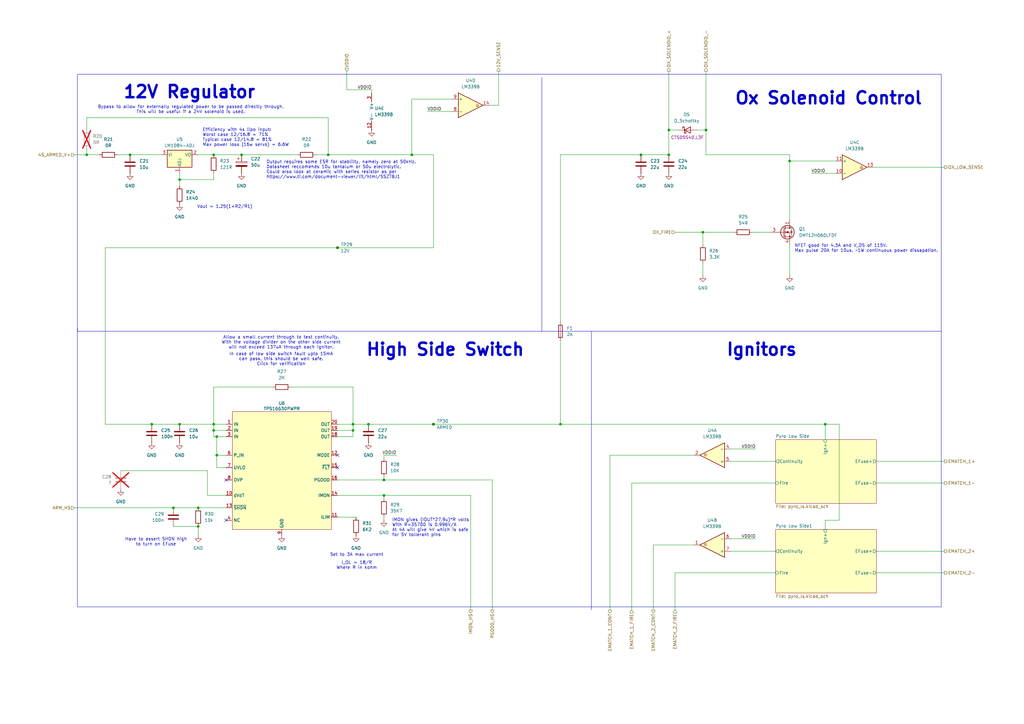
<source format=kicad_sch>
(kicad_sch (version 20250114) (generator "eeschema") (generator_version "9.0")
  (paper "A3")
  (title_block (title "Interlocked Components") (date "2025-04-02") (rev "A") (company "Hybrid Test Stand 2025") (comment 1 "Drawn: Brad Redpath") (comment 2 "Checked: "))
  (lib_symbols
    (symbol "Comparator:LM339" (pin_names (offset 0.127))
      (property "Reference" "U" (at 0 5.08 0))
      (property "Value" "LM339" (at 0 -5.08 0))
      (symbol "LM339_1_1"
        (polyline (pts (xy -5.08 5.08) (xy 5.08 0) (xy -5.08 -5.08) (xy -5.08 5.08)) (stroke (width 0.254)) (fill (type background)))
        (polyline (pts (xy 3.302 -0.508) (xy 2.794 -0.508) (xy 3.302 0) (xy 2.794 0.508) (xy 2.286 0) (xy 2.794 -0.508) (xy 2.286 -0.508)) (stroke (width 0.127)))
        (pin input line (at -7.62 2.54 0) (length 2.54) (name "+") (number "5"))
        (pin input line (at -7.62 -2.54 0) (length 2.54) (name "-") (number "4"))
        (pin open_collector line (at 7.62 0 180) (length 2.54) (name "~") (number "2"))
      )
      (symbol "LM339_2_1"
        (polyline (pts (xy -5.08 5.08) (xy 5.08 0) (xy -5.08 -5.08) (xy -5.08 5.08)) (stroke (width 0.254)) (fill (type background)))
        (polyline (pts (xy 3.302 -0.508) (xy 2.794 -0.508) (xy 3.302 0) (xy 2.794 0.508) (xy 2.286 0) (xy 2.794 -0.508) (xy 2.286 -0.508)) (stroke (width 0.127)))
        (pin input line (at -7.62 2.54 0) (length 2.54) (name "+") (number "7"))
        (pin input line (at -7.62 -2.54 0) (length 2.54) (name "-") (number "6"))
        (pin open_collector line (at 7.62 0 180) (length 2.54) (name "~") (number "1"))
      )
      (symbol "LM339_3_1"
        (polyline (pts (xy -5.08 5.08) (xy 5.08 0) (xy -5.08 -5.08) (xy -5.08 5.08)) (stroke (width 0.254)) (fill (type background)))
        (polyline (pts (xy 3.302 -0.508) (xy 2.794 -0.508) (xy 3.302 0) (xy 2.794 0.508) (xy 2.286 0) (xy 2.794 -0.508) (xy 2.286 -0.508)) (stroke (width 0.127)))
        (pin input line (at -7.62 2.54 0) (length 2.54) (name "+") (number "11"))
        (pin input line (at -7.62 -2.54 0) (length 2.54) (name "-") (number "10"))
        (pin open_collector line (at 7.62 0 180) (length 2.54) (name "~") (number "13"))
      )
      (symbol "LM339_4_1"
        (polyline (pts (xy -5.08 5.08) (xy 5.08 0) (xy -5.08 -5.08) (xy -5.08 5.08)) (stroke (width 0.254)) (fill (type background)))
        (polyline (pts (xy 3.302 -0.508) (xy 2.794 -0.508) (xy 3.302 0) (xy 2.794 0.508) (xy 2.286 0) (xy 2.794 -0.508) (xy 2.286 -0.508)) (stroke (width 0.127)))
        (pin input line (at -7.62 2.54 0) (length 2.54) (name "+") (number "9"))
        (pin input line (at -7.62 -2.54 0) (length 2.54) (name "-") (number "8"))
        (pin open_collector line (at 7.62 0 180) (length 2.54) (name "~") (number "14"))
      )
      (symbol "LM339_5_1"
        (pin power_in line (at -2.54 7.62 270) (length 3.81) (name "V+") (number "3"))
        (pin power_in line (at -2.54 -7.62 90) (length 3.81) (name "V-") (number "12"))
      )
    )
    (symbol "Connector:TestPoint_Small" (pin_numbers (hide yes)) (pin_names (offset 0.762) (hide yes))
      (property "Reference" "TP" (at 0 3.81 0))
      (property "Value" "TestPoint_Small" (at 0 2.032 0))
      (symbol "TestPoint_Small_0_1"
        (circle (center 0 0) (radius 0.508))
      )
      (symbol "TestPoint_Small_1_1"
        (pin passive line (at 0 0 90) (length 0) (name "1") (number "1"))
      )
    )
    (symbol "Device:C" (pin_numbers (hide yes)) (pin_names (offset 0.254))
      (property "Reference" "C" (at 0.635 2.54 0))
      (property "Value" "C" (at 0.635 -2.54 0))
      (symbol "C_0_1"
        (polyline (pts (xy -2.032 0.762) (xy 2.032 0.762)) (stroke (width 0.508)))
        (polyline (pts (xy -2.032 -0.762) (xy 2.032 -0.762)) (stroke (width 0.508)))
      )
      (symbol "C_1_1"
        (pin passive line (at 0 3.81 270) (length 2.794) (name "~") (number "1"))
        (pin passive line (at 0 -3.81 90) (length 2.794) (name "~") (number "2"))
      )
    )
    (symbol "Device:C_Polarized" (pin_numbers (hide yes)) (pin_names (offset 0.254))
      (property "Reference" "C" (at 0.635 2.54 0))
      (property "Value" "C_Polarized" (at 0.635 -2.54 0))
      (symbol "C_Polarized_0_1"
        (rectangle (start -2.286 0.508) (end 2.286 1.016))
        (polyline (pts (xy -1.778 2.286) (xy -0.762 2.286)))
        (polyline (pts (xy -1.27 2.794) (xy -1.27 1.778)))
        (rectangle (start 2.286 -0.508) (end -2.286 -1.016) (fill (type outline)))
      )
      (symbol "C_Polarized_1_1"
        (pin passive line (at 0 3.81 270) (length 2.794) (name "~") (number "1"))
        (pin passive line (at 0 -3.81 90) (length 2.794) (name "~") (number "2"))
      )
    )
    (symbol "Device:D_Schottky" (pin_numbers (hide yes)) (pin_names (offset 1.016) (hide yes))
      (property "Reference" "D" (at 0 2.54 0))
      (property "Value" "D_Schottky" (at 0 -2.54 0))
      (symbol "D_Schottky_0_1"
        (polyline (pts (xy -1.905 0.635) (xy -1.905 1.27) (xy -1.27 1.27) (xy -1.27 -1.27) (xy -0.635 -1.27) (xy -0.635 -0.635)) (stroke (width 0.254)))
        (polyline (pts (xy 1.27 1.27) (xy 1.27 -1.27) (xy -1.27 0) (xy 1.27 1.27)) (stroke (width 0.254)))
        (polyline (pts (xy 1.27 0) (xy -1.27 0)))
      )
      (symbol "D_Schottky_1_1"
        (pin passive line (at -3.81 0 0) (length 2.54) (name "K") (number "1"))
        (pin passive line (at 3.81 0 180) (length 2.54) (name "A") (number "2"))
      )
    )
    (symbol "Device:Fuse" (pin_numbers (hide yes)) (pin_names (offset 0))
      (property "Reference" "F" (at 2.032 0 90))
      (property "Value" "Fuse" (at -1.905 0 90))
      (symbol "Fuse_0_1"
        (rectangle (start -0.762 -2.54) (end 0.762 2.54) (stroke (width 0.254)))
        (polyline (pts (xy 0 2.54) (xy 0 -2.54)))
      )
      (symbol "Fuse_1_1"
        (pin passive line (at 0 3.81 270) (length 1.27) (name "~") (number "1"))
        (pin passive line (at 0 -3.81 90) (length 1.27) (name "~") (number "2"))
      )
    )
    (symbol "Device:R" (pin_numbers (hide yes)) (pin_names (offset 0))
      (property "Reference" "R" (at 2.032 0 90))
      (property "Value" "R" (at 0 0 90))
      (symbol "R_0_1"
        (rectangle (start -1.016 -2.54) (end 1.016 2.54) (stroke (width 0.254)))
      )
      (symbol "R_1_1"
        (pin passive line (at 0 3.81 270) (length 1.27) (name "~") (number "1"))
        (pin passive line (at 0 -3.81 90) (length 1.27) (name "~") (number "2"))
      )
    )
    (symbol "Power_Management:TPS16630PWPR"
      (property "Reference" "U2" (at 0 27.686 0))
      (property "Value" "TPS16630PWPR" (at 0 25.4 0))
      (symbol "TPS16630PWPR_1_1"
        (rectangle (start -20.32 24.13) (end 20.32 -24.13) (fill (type background)))
        (pin input line (at -22.86 19.05 0) (length 2.54) (name "IN") (number "1"))
        (pin input line (at -22.86 16.51 0) (length 2.54) (name "IN") (number "2"))
        (pin input line (at -22.86 13.97 0) (length 2.54) (name "IN") (number "3"))
        (pin input line (at -22.86 6.35 0) (length 2.54) (name "P_IN") (number "6"))
        (pin input line (at -22.86 1.27 0) (length 2.54) (name "UVLO") (number "7"))
        (pin input line (at -22.86 -3.81 0) (length 2.54) (name "OVP") (number "8"))
        (pin input line (at -22.86 -10.16 0) (length 2.54) (name "dVdT") (number "10"))
        (pin input line (at -22.86 -15.24 0) (length 2.54) (name "~{SHDN}") (number "13"))
        (pin input line (at -22.86 -20.32 0) (length 2.54) (hide yes) (name "NC") (number "17"))
        (pin input line (at -22.86 -20.32 0) (length 2.54) (name "NC") (number "4"))
        (pin input line (at -22.86 -20.32 0) (length 2.54) (hide yes) (name "NC") (number "5"))
        (pin input line (at 0 -26.67 90) (length 2.54) (hide yes) (name "GND") (number "21"))
        (pin input line (at 0 -26.67 90) (length 2.54) (name "GND") (number "9"))
        (pin output line (at 22.86 19.05 180) (length 2.54) (name "OUT") (number "20"))
        (pin output line (at 22.86 16.51 180) (length 2.54) (name "OUT") (number "19"))
        (pin output line (at 22.86 13.97 180) (length 2.54) (name "OUT") (number "18"))
        (pin input line (at 22.86 6.35 180) (length 2.54) (name "MODE") (number "12"))
        (pin output line (at 22.86 1.27 180) (length 2.54) (name "~{FLT}") (number "15"))
        (pin output line (at 22.86 -3.81 180) (length 2.54) (name "PGOOD") (number "16"))
        (pin output line (at 22.86 -10.16 180) (length 2.54) (name "IMON") (number "14"))
        (pin input line (at 22.86 -19.05 180) (length 2.54) (name "ILIM") (number "11"))
      )
    )
    (symbol "Regulator_Linear:LM1084-ADJ" (pin_names (offset 0.254))
      (property "Reference" "U" (at -3.81 3.175 0))
      (property "Value" "LM1084-ADJ" (at 0 3.175 0))
      (symbol "LM1084-ADJ_0_1"
        (rectangle (start -5.08 1.905) (end 5.08 -5.08) (stroke (width 0.254)) (fill (type background)))
      )
      (symbol "LM1084-ADJ_1_1"
        (pin power_in line (at -7.62 0 0) (length 2.54) (name "VI") (number "3"))
        (pin input line (at 0 -7.62 90) (length 2.54) (name "ADJ") (number "1"))
        (pin power_out line (at 7.62 0 180) (length 2.54) (name "VO") (number "2"))
      )
    )
    (symbol "TS_Symbols:DMT12H060LFDF"
      (property "Reference" "Q" (at 2.54 3.048 0))
      (property "Value" "DMT12H060LFDF" (at 9.906 1.016 0))
      (symbol "DMT12H060LFDF_0_1"
        (polyline (pts (xy -2.286 1.905) (xy -2.286 -1.905)) (stroke (width 0.254)))
        (polyline (pts (xy -2.286 0) (xy -5.08 0)))
        (polyline (pts (xy -1.778 2.286) (xy -1.778 1.27)) (stroke (width 0.254)))
        (polyline (pts (xy -1.778 0.508) (xy -1.778 -0.508)) (stroke (width 0.254)))
        (polyline (pts (xy -1.778 -1.27) (xy -1.778 -2.286)) (stroke (width 0.254)))
        (polyline (pts (xy -1.778 -1.778) (xy 0.762 -1.778) (xy 0.762 1.778) (xy -1.778 1.778)))
        (polyline (pts (xy -1.524 0) (xy -0.508 0.381) (xy -0.508 -0.381) (xy -1.524 0)) (fill (type outline)))
        (circle (center -0.889 0) (radius 2.794) (stroke (width 0.254)))
        (polyline (pts (xy 0 2.54) (xy 0 1.778)))
        (circle (center 0 1.778) (radius 0.254) (fill (type outline)))
        (circle (center 0 -1.778) (radius 0.254) (fill (type outline)))
        (polyline (pts (xy 0 -2.54) (xy 0 0) (xy -1.778 0)))
        (polyline (pts (xy 0.254 0.508) (xy 0.381 0.381) (xy 1.143 0.381) (xy 1.27 0.254)))
        (polyline (pts (xy 0.762 0.381) (xy 0.381 -0.254) (xy 1.143 -0.254) (xy 0.762 0.381)))
      )
      (symbol "DMT12H060LFDF_1_1"
        (pin passive line (at -7.62 0 0) (length 2.54) (name "~") (number "3"))
        (pin passive line (at 0 5.08 270) (length 2.54) (name "~") (number "1"))
        (pin passive line (at 0 5.08 270) (length 2.54) (hide yes) (name "D") (number "2"))
        (pin passive line (at 0 5.08 270) (length 2.54) (hide yes) (name "D") (number "5"))
        (pin passive line (at 0 5.08 270) (length 2.54) (hide yes) (name "D") (number "6"))
        (pin passive line (at 0 5.08 270) (length 2.54) (hide yes) (name "D") (number "7"))
        (pin passive line (at 0 -5.08 90) (length 2.54) (name "~") (number "4"))
        (pin passive line (at 0 -5.08 90) (length 2.54) (hide yes) (name "S") (number "8"))
      )
    )
    (symbol "power:GND" (power) (pin_numbers (hide yes)) (pin_names (offset 0) (hide yes))
      (property "Value" "GND" (at 0 -3.81 0))
      (symbol "GND_0_1"
        (polyline (pts (xy 0 0) (xy 0 -1.27) (xy 1.27 -1.27) (xy 0 -2.54) (xy -1.27 -1.27) (xy 0 -1.27)))
      )
      (symbol "GND_1_1"
        (pin power_in line (at 0 0 270) (length 0) (name "~") (number "1"))
      )
    )
  )
  (rectangle (start 31.75 30.48) (end 386.08 248.92))
  (text "Have to assert SHDN high\nto turn on EFuse" (at 64.008 222.25 0) (effects (font (size 1.27 1.27))))
  (text "Efficiency with 4s lipo input:\nWorst case 12/16.8 = 71%\nTypical case 12/14.8 = 81%\nMax power loss (16w servo) = 6.6W" (at 83.058 56.388 0) (effects (font (size 1.27 1.27)) (justify left)))
  (text "12V Regulator" (at 77.724 37.846 0) (effects (font (size 5 5) (thickness 1) (bold yes))))
  (text "NFET good for 4.3A and V_DS of 115V.\nMax pulse 20A for 10us, ~1W continuous power dissapation." (at 325.882 101.854 0) (effects (font (size 1.27 1.27)) (justify left)))
  (text "Set to 3A max current" (at 146.304 227.584 0) (effects (font (size 1.27 1.27))))
  (text "Ox Solenoid Control" (at 339.852 40.386 0) (effects (font (size 5 5) (thickness 1) (bold yes))))
  (text "Ignitors" (at 312.42 143.51 0) (effects (font (size 5 5) (thickness 1) (bold yes))))
  (text "Vout = 1.25(1+R2/R1)" (at 92.202 84.836 0) (effects (font (size 1.27 1.27))))
  (text "Bypass to allow for externally regulated power to be passed directly through.\nThis will be useful if a 24V solenoid is used." (at 78.232 44.958 0) (effects (font (size 1.27 1.27))))
  (text "I_OL = 18/R\nWhere R in kohm" (at 146.304 231.902 0) (effects (font (size 1.27 1.27))))
  (text "Output requires some ESR for stablilty, namely zero at 50kHz.\nDatasheet reccomends 10u tantalum or 50u electrolytic.\nCould also look at ceramic with series resistor as per\nhttps://www.ti.com/document-viewer/lit/html/SSZTBJ1\n" (at 109.22 69.596 0) (effects (font (size 1.27 1.27)) (justify left)))
  (text "In case of low side switch fault upto 15mA\ncan pass, this should be well safe.\nClick for verification" (at 115.316 147.32 0) (effects (font (size 1.27 1.27))))
  (text "Allow a small current through to test continuity.\nWith the voltage divider on the other side current\nwill not exceed 137uA through each ignitor." (at 115.316 140.462 0) (effects (font (size 1.27 1.27))))
  (text "IMON gives (IOUT*27.9u)*R volts\nWith R=35700 is 0.996V/A\nAt 4A will give 4V which is safe\nfor 5V tollerant pins" (at 160.782 216.408 0) (effects (font (size 1.27 1.27)) (justify left)))
  (text "High Side Switch" (at 182.626 143.51 0) (effects (font (size 5 5) (thickness 1) (bold yes))))
  (junction (at 87.63 173.99))
  (junction (at 157.48 196.85))
  (junction (at 338.455 173.99))
  (junction (at 134.62 63.5))
  (junction (at 87.63 176.53))
  (junction (at 73.66 173.99))
  (junction (at 71.12 208.28))
  (junction (at 274.32 53.34))
  (junction (at 88.9 186.69))
  (junction (at 73.66 73.66))
  (junction (at 53.34 63.5))
  (junction (at 62.23 173.99))
  (junction (at 144.78 173.99))
  (junction (at 157.48 203.2))
  (junction (at 87.63 63.5))
  (junction (at 99.06 63.5))
  (junction (at 168.91 63.5))
  (junction (at 323.85 66.04))
  (junction (at 144.78 176.53))
  (junction (at 262.89 63.5))
  (junction (at 35.56 63.5))
  (junction (at 229.87 173.99))
  (junction (at 138.43 101.6))
  (junction (at 289.56 53.34))
  (junction (at 274.32 63.5))
  (junction (at 88.9 179.07))
  (junction (at 151.13 173.99))
  (junction (at 81.28 208.28))
  (junction (at 288.29 95.25))
  (junction (at 81.28 215.9))
  (junction (at 177.8 173.99))
  (no_connect (at 138.43 191.77))
  (no_connect (at 138.43 186.69))
  (no_connect (at 92.71 213.36))
  (no_connect (at 92.71 196.85))
  (wire (pts (xy 43.18 101.6) (xy 138.43 101.6)))
  (wire (pts (xy 276.86 234.95) (xy 318.135 234.95)))
  (wire (pts (xy 138.43 101.6) (xy 177.8 101.6)))
  (wire (pts (xy 87.63 176.53) (xy 87.63 173.99)))
  (wire (pts (xy 157.48 186.69) (xy 157.48 187.96)))
  (wire (pts (xy 284.48 223.52) (xy 267.97 223.52)))
  (wire (pts (xy 138.43 212.09) (xy 146.05 212.09)))
  (wire (pts (xy 323.85 63.5) (xy 323.85 66.04)))
  (wire (pts (xy 87.63 158.75) (xy 87.63 173.99)))
  (wire (pts (xy 138.43 203.2) (xy 157.48 203.2)))
  (polyline (pts (xy 242.57 135.89) (xy 242.57 250.19)))
  (wire (pts (xy 88.9 191.77) (xy 88.9 186.69)))
  (polyline (pts (xy 242.57 135.89) (xy 386.08 135.89)))
  (wire (pts (xy 338.455 173.99) (xy 338.455 180.34)))
  (wire (pts (xy 259.08 198.12) (xy 318.135 198.12)))
  (wire (pts (xy 259.08 250.19) (xy 259.08 198.12)))
  (wire (pts (xy 81.28 215.9) (xy 71.12 215.9)))
  (wire (pts (xy 344.17 213.36) (xy 338.455 213.36)))
  (wire (pts (xy 289.56 53.34) (xy 289.56 63.5)))
  (wire (pts (xy 157.48 196.85) (xy 201.93 196.85)))
  (wire (pts (xy 168.91 40.64) (xy 185.42 40.64)))
  (wire (pts (xy 289.56 63.5) (xy 323.85 63.5)))
  (wire (pts (xy 92.71 173.99) (xy 87.63 173.99)))
  (wire (pts (xy 323.85 100.33) (xy 323.85 113.03)))
  (wire (pts (xy 92.71 191.77) (xy 88.9 191.77)))
  (wire (pts (xy 200.66 43.18) (xy 204.47 43.18)))
  (wire (pts (xy 308.61 95.25) (xy 316.23 95.25)))
  (wire (pts (xy 204.47 29.21) (xy 204.47 43.18)))
  (wire (pts (xy 81.28 63.5) (xy 87.63 63.5)))
  (wire (pts (xy 144.78 158.75) (xy 144.78 173.99)))
  (wire (pts (xy 88.9 179.07) (xy 87.63 179.07)))
  (wire (pts (xy 119.38 158.75) (xy 144.78 158.75)))
  (wire (pts (xy 229.87 63.5) (xy 229.87 132.08)))
  (wire (pts (xy 35.56 63.5) (xy 40.64 63.5)))
  (wire (pts (xy 288.29 95.25) (xy 300.99 95.25)))
  (wire (pts (xy 138.43 173.99) (xy 144.78 173.99)))
  (wire (pts (xy 144.78 173.99) (xy 151.13 173.99)))
  (wire (pts (xy 323.85 66.04) (xy 342.9 66.04)))
  (wire (pts (xy 138.43 196.85) (xy 157.48 196.85)))
  (wire (pts (xy 289.56 29.21) (xy 289.56 53.34)))
  (wire (pts (xy 48.26 63.5) (xy 53.34 63.5)))
  (wire (pts (xy 85.09 203.2) (xy 92.71 203.2)))
  (wire (pts (xy 49.53 193.04) (xy 85.09 193.04)))
  (wire (pts (xy 30.48 208.28) (xy 71.12 208.28)))
  (polyline (pts (xy 242.57 135.89) (xy 31.75 135.89)))
  (wire (pts (xy 359.41 189.23) (xy 387.35 189.23)))
  (wire (pts (xy 285.75 53.34) (xy 289.56 53.34)))
  (wire (pts (xy 73.66 71.12) (xy 73.66 73.66)))
  (wire (pts (xy 344.17 173.99) (xy 344.17 213.36)))
  (wire (pts (xy 92.71 186.69) (xy 88.9 186.69)))
  (polyline (pts (xy 31.75 134.62) (xy 31.75 135.89)))
  (wire (pts (xy 73.66 173.99) (xy 87.63 173.99)))
  (wire (pts (xy 309.88 220.98) (xy 299.72 220.98)))
  (wire (pts (xy 175.26 45.72) (xy 185.42 45.72)))
  (wire (pts (xy 359.41 198.12) (xy 387.35 198.12)))
  (wire (pts (xy 85.09 193.04) (xy 85.09 203.2)))
  (wire (pts (xy 129.54 63.5) (xy 134.62 63.5)))
  (wire (pts (xy 152.4 38.1) (xy 152.4 36.83)))
  (wire (pts (xy 92.71 179.07) (xy 88.9 179.07)))
  (wire (pts (xy 43.18 101.6) (xy 43.18 173.99)))
  (wire (pts (xy 92.71 176.53) (xy 87.63 176.53)))
  (wire (pts (xy 358.14 68.58) (xy 387.35 68.58)))
  (wire (pts (xy 177.8 63.5) (xy 177.8 101.6)))
  (wire (pts (xy 299.72 226.06) (xy 318.135 226.06)))
  (wire (pts (xy 62.23 173.99) (xy 73.66 173.99)))
  (wire (pts (xy 157.48 212.09) (xy 157.48 213.36)))
  (wire (pts (xy 142.24 36.83) (xy 152.4 36.83)))
  (wire (pts (xy 276.86 95.25) (xy 288.29 95.25)))
  (wire (pts (xy 250.19 186.69) (xy 250.19 250.19)))
  (wire (pts (xy 35.56 53.34) (xy 35.56 48.26)))
  (wire (pts (xy 168.91 40.64) (xy 168.91 63.5)))
  (wire (pts (xy 92.71 208.28) (xy 81.28 208.28)))
  (wire (pts (xy 359.41 226.06) (xy 387.35 226.06)))
  (wire (pts (xy 88.9 179.07) (xy 88.9 186.69)))
  (wire (pts (xy 193.04 203.2) (xy 157.48 203.2)))
  (wire (pts (xy 299.72 184.15) (xy 309.88 184.15)))
  (wire (pts (xy 323.85 66.04) (xy 323.85 90.17)))
  (wire (pts (xy 99.06 63.5) (xy 121.92 63.5)))
  (wire (pts (xy 177.8 173.99) (xy 229.87 173.99)))
  (wire (pts (xy 288.29 95.25) (xy 288.29 100.33)))
  (wire (pts (xy 276.86 250.19) (xy 276.86 234.95)))
  (wire (pts (xy 262.89 63.5) (xy 274.32 63.5)))
  (wire (pts (xy 157.48 186.69) (xy 162.56 186.69)))
  (wire (pts (xy 87.63 63.5) (xy 99.06 63.5)))
  (wire (pts (xy 229.87 63.5) (xy 262.89 63.5)))
  (wire (pts (xy 299.72 189.23) (xy 318.135 189.23)))
  (wire (pts (xy 274.32 63.5) (xy 274.32 53.34)))
  (wire (pts (xy 284.48 186.69) (xy 250.19 186.69)))
  (wire (pts (xy 138.43 176.53) (xy 144.78 176.53)))
  (wire (pts (xy 338.455 173.99) (xy 344.17 173.99)))
  (wire (pts (xy 201.93 196.85) (xy 201.93 250.19)))
  (wire (pts (xy 151.13 173.99) (xy 177.8 173.99)))
  (wire (pts (xy 267.97 223.52) (xy 267.97 250.19)))
  (wire (pts (xy 288.29 113.03) (xy 288.29 107.95)))
  (wire (pts (xy 359.41 234.95) (xy 387.35 234.95)))
  (wire (pts (xy 144.78 176.53) (xy 144.78 173.99)))
  (wire (pts (xy 81.28 208.28) (xy 71.12 208.28)))
  (wire (pts (xy 138.43 179.07) (xy 144.78 179.07)))
  (wire (pts (xy 274.32 53.34) (xy 278.13 53.34)))
  (wire (pts (xy 73.66 73.66) (xy 87.63 73.66)))
  (wire (pts (xy 30.48 63.5) (xy 35.56 63.5)))
  (wire (pts (xy 274.32 53.34) (xy 274.32 29.21)))
  (wire (pts (xy 157.48 195.58) (xy 157.48 196.85)))
  (polyline (pts (xy 222.25 31.75) (xy 222.25 135.89)) (stroke (width 0) (type solid)))
  (wire (pts (xy 81.28 219.71) (xy 81.28 215.9)))
  (wire (pts (xy 111.76 158.75) (xy 87.63 158.75)))
  (wire (pts (xy 229.87 139.7) (xy 229.87 173.99)))
  (wire (pts (xy 144.78 179.07) (xy 144.78 176.53)))
  (wire (pts (xy 53.34 63.5) (xy 66.04 63.5)))
  (wire (pts (xy 43.18 173.99) (xy 62.23 173.99)))
  (wire (pts (xy 35.56 48.26) (xy 134.62 48.26)))
  (wire (pts (xy 168.91 63.5) (xy 177.8 63.5)))
  (wire (pts (xy 134.62 63.5) (xy 168.91 63.5)))
  (wire (pts (xy 332.74 71.12) (xy 342.9 71.12)))
  (wire (pts (xy 134.62 48.26) (xy 134.62 63.5)))
  (wire (pts (xy 73.66 73.66) (xy 73.66 76.2)))
  (wire (pts (xy 87.63 73.66) (xy 87.63 71.12)))
  (wire (pts (xy 35.56 60.96) (xy 35.56 63.5)))
  (wire (pts (xy 338.455 213.36) (xy 338.455 217.17)))
  (wire (pts (xy 157.48 203.2) (xy 157.48 204.47)))
  (wire (pts (xy 193.04 250.19) (xy 193.04 203.2)))
  (wire (pts (xy 229.87 173.99) (xy 338.455 173.99)))
  (wire (pts (xy 142.24 29.21) (xy 142.24 36.83)))
  (wire (pts (xy 87.63 179.07) (xy 87.63 176.53)))
  (label "VDDIO" (at 309.88 184.15 180))
  (label "VDDIO" (at 162.56 186.69 180))
  (label "VDDIO" (at 175.26 45.72 0))
  (label "VDDIO" (at 152.4 36.83 180))
  (label "VDDIO" (at 309.88 220.98 180))
  (label "VDDIO" (at 332.74 71.12 0))
  (hierarchical_label "EMATCH_2-" (shape output) (at 387.35 234.95 0))
  (hierarchical_label "ARM_HS" (shape input) (at 30.48 208.28 180))
  (hierarchical_label "4S_ARMED_V+" (shape input) (at 30.48 63.5 180))
  (hierarchical_label "OX_SOLENOID_-" (shape output) (at 289.56 29.21 90))
  (hierarchical_label "OX_SOLENOID_+" (shape output) (at 274.32 29.21 90))
  (hierarchical_label "12V_SENSE" (shape output) (at 204.47 29.21 90))
  (hierarchical_label "EMATCH_1_FIRE" (shape input) (at 259.08 250.19 270))
  (hierarchical_label "EMATCH_2_FIRE" (shape input) (at 276.86 250.19 270))
  (hierarchical_label "OX_LOW_SENSE" (shape output) (at 387.35 68.58 0))
  (hierarchical_label "PGOOD_HS" (shape output) (at 201.93 250.19 270))
  (hierarchical_label "EMATCH_1_CONT" (shape output) (at 250.19 250.19 270))
  (hierarchical_label "VDDIO" (shape input) (at 142.24 29.21 90))
  (hierarchical_label "EMATCH_1-" (shape output) (at 387.35 198.12 0))
  (hierarchical_label "EMATCH_1+" (shape output) (at 387.35 189.23 0))
  (hierarchical_label "IMON_HS" (shape output) (at 193.04 250.19 270))
  (hierarchical_label "EMATCH_2_CONT" (shape output) (at 267.97 250.19 270))
  (hierarchical_label "EMATCH_2+" (shape output) (at 387.35 226.06 0))
  (hierarchical_label "OX_FIRE" (shape input) (at 276.86 95.25 180))
  (symbol (lib_id "Device:C") (at 62.23 177.8 0) (unit 1)
    (property "Reference" "C25" (at 66.04 176.5299 0) (effects (justify left)))
    (property "Value" "100n" (at 66.04 179.0699 0) (effects (justify left)))
    (property "Footprint" "Capacitor_SMD:C_0603_1608Metric" (effects (hide yes)))
    (property "Description" "Unpolarized capacitor" (effects (hide yes)))
  )
  (symbol (lib_id "Device:R") (at 81.28 212.09 0) (mirror y) (unit 1)
    (property "Reference" "R30" (at 83.82 210.8199 0) (effects (justify right)))
    (property "Value" "10k" (at 83.82 213.3599 0) (effects (justify right)))
    (property "Footprint" "Resistor_SMD:R_0603_1608Metric" (effects (hide yes)))
    (property "Description" "Resistor" (effects (hide yes)))
  )
  (symbol (lib_id "Device:R") (at 44.45 63.5 90) (unit 1)
    (property "Reference" "R21" (at 44.45 57.15 90))
    (property "Value" "0R" (at 44.45 59.69 90))
    (property "Footprint" "Resistor_SMD:R_0603_1608Metric" (effects (hide yes)))
    (property "Description" "Resistor" (effects (hide yes)))
  )
  (symbol (lib_id "Comparator:LM339") (at 350.52 68.58 0) (unit 3)
    (property "Reference" "U4" (at 350.52 58.42 0))
    (property "Value" "LM339B" (at 350.52 60.96 0))
    (property "Footprint" "Package_SO:TSSOP-14_4.4x5mm_P0.65mm" (effects (hide yes)))
    (property "Datasheet" "https://www.ti.com/lit/ds/symlink/lm2901b.pdf?ts=1695229373008&ref_url=https%253A%252F%252Fwww.ti.com%252Fsitesearch%252Fen-us%252Fdocs%252Funiversalsearch.tsp%253FlangPref%253Den-US%2526searchTerm%253DLM2901BIDR%2526nr%253D12" (effects (hide yes)))
    (property "Description" "Quad Differential Comparators, SOIC-14/TSSOP-14" (effects (hide yes)))
    (property "MPN" "LM339BIPWR" (effects (hide yes)))
  )
  (symbol (lib_id "Device:R") (at 288.29 104.14 180) (unit 1)
    (property "Reference" "R26" (at 290.83 102.8699 0) (effects (justify right)))
    (property "Value" "3.3K" (at 290.83 105.4099 0) (effects (justify right)))
    (property "Footprint" "Resistor_SMD:R_0603_1608Metric" (effects (hide yes)))
    (property "Description" "Resistor" (effects (hide yes)))
  )
  (symbol (lib_id "Device:D_Schottky") (at 281.94 53.34 0) (unit 1)
    (property "Reference" "D5" (at 281.6225 46.99 0))
    (property "Value" "D_Schottky" (at 281.6225 49.53 0))
    (property "Footprint" "Diode_SMD:D_SOD-882" (effects (hide yes)))
    (property "Datasheet" "https://toshiba.semicon-storage.com/info/docget.jsp?did=14192&prodName=CTS05S40" (effects (hide yes)))
    (property "Description" "Schottky diode" (effects (hide yes)))
    (property "MPN" "CTS05S40,L3F" (at 281.94 56.388 0))
  )
  (symbol (lib_id "power:GND") (at 73.66 83.82 0) (unit 1)
    (property "Reference" "#PWR052" (effects (hide yes)))
    (property "Value" "GND" (at 73.66 88.9 0))
    (property "Description" "Power symbol creates a global label with name \"GND\" , ground" (effects (hide yes)))
  )
  (symbol (lib_id "Device:C") (at 73.66 177.8 0) (unit 1)
    (property "Reference" "C26" (at 77.47 176.5299 0) (effects (justify left)))
    (property "Value" "10u" (at 77.47 179.0699 0) (effects (justify left)))
    (property "Footprint" "Capacitor_SMD:C_0603_1608Metric" (effects (hide yes)))
    (property "Description" "Unpolarized capacitor" (effects (hide yes)))
  )
  (symbol (lib_id "Device:R") (at 73.66 80.01 0) (unit 1)
    (property "Reference" "R24" (at 76.2 78.7399 0) (effects (justify left)))
    (property "Value" "1K40" (at 76.2 81.2799 0) (effects (justify left)))
    (property "Footprint" "Resistor_SMD:R_0603_1608Metric" (effects (hide yes)))
    (property "Description" "Resistor" (effects (hide yes)))
  )
  (symbol (lib_id "power:GND") (at 288.29 113.03 0) (unit 1)
    (property "Reference" "#PWR053" (effects (hide yes)))
    (property "Value" "GND" (at 288.29 118.11 0))
    (property "Description" "Power symbol creates a global label with name \"GND\" , ground" (effects (hide yes)))
  )
  (symbol (lib_id "Device:R") (at 35.56 57.15 0) (unit 1) (dnp yes)
    (property "Reference" "R20" (at 38.1 55.8799 0) (effects (justify left)))
    (property "Value" "0R" (at 38.1 58.4199 0) (effects (justify left)))
    (property "Footprint" "Resistor_SMD:R_0603_1608Metric" (effects (hide yes)))
    (property "Description" "Resistor" (effects (hide yes)))
  )
  (symbol (lib_id "Device:R") (at 87.63 67.31 0) (unit 1)
    (property "Reference" "R23" (at 90.17 66.0399 0) (effects (justify left)))
    (property "Value" "121R" (at 90.17 68.5799 0) (effects (justify left)))
    (property "Footprint" "Resistor_SMD:R_0603_1608Metric" (effects (hide yes)))
    (property "Description" "Resistor" (effects (hide yes)))
  )
  (symbol (lib_id "Device:R") (at 146.05 215.9 0) (unit 1)
    (property "Reference" "R31" (at 148.59 214.6299 0) (effects (justify left)))
    (property "Value" "6K2" (at 148.59 217.1699 0) (effects (justify left)))
    (property "Footprint" "Resistor_SMD:R_0603_1608Metric" (effects (hide yes)))
    (property "Description" "Resistor" (effects (hide yes)))
  )
  (symbol (lib_id "power:GND") (at 53.34 71.12 0) (unit 1)
    (property "Reference" "#PWR048" (effects (hide yes)))
    (property "Value" "GND" (at 53.34 76.2 0))
    (property "Description" "Power symbol creates a global label with name \"GND\" , ground" (effects (hide yes)))
  )
  (symbol (lib_id "TS_Symbols:DMT12H060LFDF") (at 323.85 95.25 0) (unit 1)
    (property "Reference" "Q1" (at 327.66 93.9799 0) (effects (justify left)))
    (property "Value" "DMT12H060LFDF" (at 327.66 96.5199 0) (effects (justify left)))
    (property "Footprint" "Package_DFN_QFN:Diodes_UDFN2020-6_Type-F" (effects (hide yes)))
    (property "Datasheet" "https://www.diodes.com/assets/Datasheets/DMT12H060LFDF.pdf" (effects (hide yes)))
    (property "Description" "N-Channel 115 V 4.4A (Ta) 1.1W (Ta) Surface Mount U-DFN2020-6 (Type F)" (effects (hide yes)))
    (property "MPN" "DMT12H060LFDF-7" (effects (hide yes)))
  )
  (symbol (lib_id "power:GND") (at 146.05 219.71 0) (unit 1)
    (property "Reference" "#PWR062" (effects (hide yes)))
    (property "Value" "GND" (at 146.05 224.79 0))
    (property "Description" "Power symbol creates a global label with name \"GND\" , ground" (effects (hide yes)))
  )
  (symbol (lib_id "Device:C") (at 151.13 177.8 0) (unit 1)
    (property "Reference" "C27" (at 154.94 176.5299 0) (effects (justify left)))
    (property "Value" "22u" (at 154.94 179.0699 0) (effects (justify left)))
    (property "Footprint" "Capacitor_SMD:C_0603_1608Metric" (effects (hide yes)))
    (property "Description" "Unpolarized capacitor" (effects (hide yes)))
  )
  (symbol (lib_id "Device:R") (at 115.57 158.75 90) (unit 1)
    (property "Reference" "R27" (at 115.57 152.4 90))
    (property "Value" "2K" (at 115.57 154.94 90))
    (property "Footprint" "Resistor_SMD:R_0603_1608Metric" (effects (hide yes)))
    (property "Description" "Resistor" (effects (hide yes)))
  )
  (symbol (lib_id "Device:C") (at 49.53 196.85 0) (mirror y) (unit 1) (in_bom no) (dnp yes)
    (property "Reference" "C28" (at 45.72 195.5799 0) (effects (justify left)))
    (property "Value" "?" (at 45.72 198.1199 0) (effects (justify left)))
    (property "Footprint" "Capacitor_SMD:C_0603_1608Metric" (effects (hide yes)))
    (property "Description" "Unpolarized capacitor" (effects (hide yes)))
  )
  (symbol (lib_id "Connector:TestPoint_Small") (at 177.8 173.99 0) (unit 1)
    (property "Reference" "TP30" (at 179.07 172.7199 0) (effects (justify left)))
    (property "Value" "ARMED" (at 179.07 175.2599 0) (effects (justify left)))
    (property "Footprint" "TestPoint:TestPoint_Keystone_5005-5009_Compact" (effects (hide yes)))
    (property "Description" "test point" (effects (hide yes)))
  )
  (symbol (lib_id "power:GND") (at 81.28 219.71 0) (mirror y) (unit 1)
    (property "Reference" "#PWR060" (effects (hide yes)))
    (property "Value" "GND" (at 81.28 224.79 0))
    (property "Description" "Power symbol creates a global label with name \"GND\" , ground" (effects (hide yes)))
  )
  (symbol (lib_id "power:GND") (at 274.32 71.12 0) (unit 1)
    (property "Reference" "#PWR051" (effects (hide yes)))
    (property "Value" "GND" (at 274.32 76.2 0))
    (property "Description" "Power symbol creates a global label with name \"GND\" , ground" (effects (hide yes)))
  )
  (symbol (lib_id "power:GND") (at 99.06 71.12 0) (unit 1)
    (property "Reference" "#PWR049" (effects (hide yes)))
    (property "Value" "GND" (at 99.06 76.2 0))
    (property "Description" "Power symbol creates a global label with name \"GND\" , ground" (effects (hide yes)))
  )
  (symbol (lib_id "Device:C_Polarized") (at 99.06 67.31 0) (unit 1)
    (property "Reference" "C22" (at 102.87 65.1509 0) (effects (justify left)))
    (property "Value" "50u" (at 102.87 67.6909 0) (effects (justify left)))
    (property "Footprint" "Capacitor_SMD:CP_Elec_6.3x9.9" (effects (hide yes)))
    (property "Datasheet" "https://www.we-online.com/components/products/datasheet/865080645012.pdf" (effects (hide yes)))
    (property "Description" "Polarized capacitor" (effects (hide yes)))
    (property "MPN" "865080645012" (effects (hide yes)))
  )
  (symbol (lib_id "Comparator:LM339") (at 292.1 223.52 180) (unit 2)
    (property "Reference" "U4" (at 292.1 213.36 0))
    (property "Value" "LM339B" (at 292.1 215.9 0))
    (property "Footprint" "Package_SO:TSSOP-14_4.4x5mm_P0.65mm" (effects (hide yes)))
    (property "Datasheet" "https://www.ti.com/lit/ds/symlink/lm2901b.pdf?ts=1695229373008&ref_url=https%253A%252F%252Fwww.ti.com%252Fsitesearch%252Fen-us%252Fdocs%252Funiversalsearch.tsp%253FlangPref%253Den-US%2526searchTerm%253DLM2901BIDR%2526nr%253D12" (effects (hide yes)))
    (property "Description" "Quad Differential Comparators, SOIC-14/TSSOP-14" (effects (hide yes)))
    (property "MPN" "LM339BIPWR" (effects (hide yes)))
  )
  (symbol (lib_id "Device:C") (at 274.32 67.31 0) (unit 1)
    (property "Reference" "C24" (at 278.13 66.0399 0) (effects (justify left)))
    (property "Value" "22u" (at 278.13 68.5799 0) (effects (justify left)))
    (property "Footprint" "Capacitor_SMD:C_0603_1608Metric" (effects (hide yes)))
    (property "Description" "Unpolarized capacitor" (effects (hide yes)))
    (property "Sim.Device" "C" (effects (hide yes)))
    (property "Sim.Pins" "1=+ 2=-" (effects (hide yes)))
  )
  (symbol (lib_id "power:GND") (at 73.66 181.61 0) (unit 1)
    (property "Reference" "#PWR056" (effects (hide yes)))
    (property "Value" "GND" (at 73.66 186.69 0))
    (property "Description" "Power symbol creates a global label with name \"GND\" , ground" (effects (hide yes)))
  )
  (symbol (lib_id "power:GND") (at 115.57 219.71 0) (unit 1)
    (property "Reference" "#PWR061" (effects (hide yes)))
    (property "Value" "GND" (at 115.57 224.79 0))
    (property "Description" "Power symbol creates a global label with name \"GND\" , ground" (effects (hide yes)))
  )
  (symbol (lib_id "Power_Management:TPS16630PWPR") (at 115.57 193.04 0) (unit 1)
    (property "Reference" "U6" (at 115.57 165.354 0))
    (property "Value" "TPS16630PWPR" (at 115.57 167.64 0))
    (property "Footprint" "Package_SO:HTSSOP-20-1EP_4.4x6.5mm_P0.65mm_EP3.4x6.5mm_Mask2.96x2.96mm_ThermalVias" (effects (hide yes)))
    (property "Datasheet" "https://www.ti.com/lit/ds/symlink/tps1663.pdf?HQS=dis-dk-null-digikeymode-dsf-pf-null-wwe&ts=1719393118316&ref_url=https%253A%252F%252Fwww.ti.com%252Fgeneral%252Fdocs%252Fsuppproductinfo.tsp%253FdistId%253D10%2526gotoUrl%253Dhttps%253A%252F%252Fwww.ti.com%252Flit%252Fgpn%252Ftps1663" (effects (hide yes)))
    (property "MPN" "TPS16630PWPR" (effects (hide yes)))
  )
  (symbol (lib_id "Device:R") (at 125.73 63.5 90) (unit 1)
    (property "Reference" "R22" (at 125.73 57.15 90))
    (property "Value" "0R" (at 125.73 59.69 90))
    (property "Footprint" "Resistor_SMD:R_0603_1608Metric" (effects (hide yes)))
    (property "Description" "Resistor" (effects (hide yes)))
  )
  (symbol (lib_id "Comparator:LM339") (at 193.04 43.18 0) (unit 4)
    (property "Reference" "U4" (at 193.04 33.02 0))
    (property "Value" "LM339B" (at 193.04 35.56 0))
    (property "Footprint" "Package_SO:TSSOP-14_4.4x5mm_P0.65mm" (effects (hide yes)))
    (property "Datasheet" "https://www.ti.com/lit/ds/symlink/lm2901b.pdf?ts=1695229373008&ref_url=https%253A%252F%252Fwww.ti.com%252Fsitesearch%252Fen-us%252Fdocs%252Funiversalsearch.tsp%253FlangPref%253Den-US%2526searchTerm%253DLM2901BIDR%2526nr%253D12" (effects (hide yes)))
    (property "Description" "Quad Differential Comparators, SOIC-14/TSSOP-14" (effects (hide yes)))
    (property "MPN" "LM339BIPWR" (effects (hide yes)))
  )
  (symbol (lib_id "power:GND") (at 151.13 181.61 0) (unit 1)
    (property "Reference" "#PWR057" (effects (hide yes)))
    (property "Value" "GND" (at 151.13 186.69 0))
    (property "Description" "Power symbol creates a global label with name \"GND\" , ground" (effects (hide yes)))
  )
  (symbol (lib_id "power:GND") (at 323.85 113.03 0) (unit 1)
    (property "Reference" "#PWR054" (effects (hide yes)))
    (property "Value" "GND" (at 323.85 118.11 0))
    (property "Description" "Power symbol creates a global label with name \"GND\" , ground" (effects (hide yes)))
  )
  (symbol (lib_id "Connector:TestPoint_Small") (at 138.43 101.6 0) (unit 1)
    (property "Reference" "TP29" (at 139.7 100.3299 0) (effects (justify left)))
    (property "Value" "12V" (at 139.7 102.8699 0) (effects (justify left)))
    (property "Footprint" "TestPoint:TestPoint_Keystone_5005-5009_Compact" (effects (hide yes)))
    (property "Description" "test point" (effects (hide yes)))
  )
  (symbol (lib_id "Device:C") (at 71.12 212.09 0) (mirror y) (unit 1)
    (property "Reference" "C29" (at 67.31 210.8199 0) (effects (justify left)))
    (property "Value" "100n" (at 67.31 213.3599 0) (effects (justify left)))
    (property "Footprint" "Capacitor_SMD:C_0603_1608Metric" (effects (hide yes)))
    (property "Description" "Unpolarized capacitor" (effects (hide yes)))
  )
  (symbol (lib_id "power:GND") (at 157.48 213.36 0) (unit 1)
    (property "Reference" "#PWR059" (effects (hide yes)))
    (property "Value" "GND" (at 157.48 218.44 0))
    (property "Description" "Power symbol creates a global label with name \"GND\" , ground" (effects (hide yes)))
  )
  (symbol (lib_id "Device:R") (at 304.8 95.25 90) (unit 1)
    (property "Reference" "R25" (at 304.8 88.9 90))
    (property "Value" "549" (at 304.8 91.44 90))
    (property "Footprint" "Resistor_SMD:R_0603_1608Metric" (effects (hide yes)))
    (property "Description" "Resistor" (effects (hide yes)))
  )
  (symbol (lib_id "Device:Fuse") (at 229.87 135.89 180) (unit 1)
    (property "Reference" "F1" (at 232.41 134.6199 0) (effects (justify right)))
    (property "Value" "2A" (at 232.41 137.1599 0) (effects (justify right)))
    (property "Footprint" "Fuse:Fuse_1206_3216Metric" (effects (hide yes)))
    (property "Description" "Fuse" (effects (hide yes)))
  )
  (symbol (lib_id "power:GND") (at 62.23 181.61 0) (unit 1)
    (property "Reference" "#PWR055" (effects (hide yes)))
    (property "Value" "GND" (at 62.23 186.69 0))
    (property "Description" "Power symbol creates a global label with name \"GND\" , ground" (effects (hide yes)))
  )
  (symbol (lib_id "Comparator:LM339") (at 154.94 45.72 0) (unit 5)
    (property "Reference" "U4" (at 153.67 44.4499 0) (effects (justify left)))
    (property "Value" "LM339B" (at 153.67 46.9899 0) (effects (justify left)))
    (property "Footprint" "Package_SO:TSSOP-14_4.4x5mm_P0.65mm" (effects (hide yes)))
    (property "Datasheet" "https://www.ti.com/lit/ds/symlink/lm2901b.pdf?ts=1695229373008&ref_url=https%253A%252F%252Fwww.ti.com%252Fsitesearch%252Fen-us%252Fdocs%252Funiversalsearch.tsp%253FlangPref%253Den-US%2526searchTerm%253DLM2901BIDR%2526nr%253D12" (effects (hide yes)))
    (property "Description" "Quad Differential Comparators, SOIC-14/TSSOP-14" (effects (hide yes)))
    (property "MPN" "LM339BIPWR" (effects (hide yes)))
  )
  (symbol (lib_id "Device:R") (at 157.48 208.28 0) (unit 1)
    (property "Reference" "R29" (at 160.02 207.0099 0) (effects (justify left)))
    (property "Value" "35K7" (at 160.02 209.5499 0) (effects (justify left)))
    (property "Footprint" "Resistor_SMD:R_0603_1608Metric" (effects (hide yes)))
    (property "Description" "Resistor" (effects (hide yes)))
  )
  (symbol (lib_id "Regulator_Linear:LM1084-ADJ") (at 73.66 63.5 0) (unit 1)
    (property "Reference" "U5" (at 73.66 57.15 0))
    (property "Value" "LM1084-ADJ" (at 73.66 59.69 0))
    (property "Footprint" "Package_TO_SOT_SMD:TO-263-3_TabPin2" (effects (hide yes)))
    (property "Datasheet" "http://www.ti.com/lit/ds/symlink/lm1084.pdf" (effects (hide yes)))
    (property "Description" "5A 29V Adjustable Linear Regulator, TO-220 / TO-263 (D2-PAK)" (effects (hide yes)))
    (property "MPN" "LM1084ISX-ADJ/NOPB" (effects (hide yes)))
  )
  (symbol (lib_id "power:GND") (at 49.53 200.66 0) (mirror y) (unit 1)
    (property "Reference" "#PWR058" (effects (hide yes)))
    (property "Value" "GND" (at 49.53 205.74 0))
    (property "Description" "Power symbol creates a global label with name \"GND\" , ground" (effects (hide yes)))
  )
  (symbol (lib_id "Device:C") (at 262.89 67.31 0) (unit 1)
    (property "Reference" "C23" (at 266.7 66.0399 0) (effects (justify left)))
    (property "Value" "22u" (at 266.7 68.5799 0) (effects (justify left)))
    (property "Footprint" "Capacitor_SMD:C_0603_1608Metric" (effects (hide yes)))
    (property "Description" "Unpolarized capacitor" (effects (hide yes)))
  )
  (symbol (lib_id "Comparator:LM339") (at 292.1 186.69 180) (unit 1)
    (property "Reference" "U4" (at 292.1 176.53 0))
    (property "Value" "LM339B" (at 292.1 179.07 0))
    (property "Footprint" "Package_SO:TSSOP-14_4.4x5mm_P0.65mm" (effects (hide yes)))
    (property "Datasheet" "https://www.ti.com/lit/ds/symlink/lm2901b.pdf?ts=1695229373008&ref_url=https%253A%252F%252Fwww.ti.com%252Fsitesearch%252Fen-us%252Fdocs%252Funiversalsearch.tsp%253FlangPref%253Den-US%2526searchTerm%253DLM2901BIDR%2526nr%253D12" (effects (hide yes)))
    (property "Description" "Quad Differential Comparators, SOIC-14/TSSOP-14" (effects (hide yes)))
    (property "MPN" "LM339BIPWR" (effects (hide yes)))
  )
  (symbol (lib_id "power:GND") (at 152.4 53.34 0) (unit 1)
    (property "Reference" "#PWR047" (effects (hide yes)))
    (property "Value" "GND" (at 152.4 58.42 0))
    (property "Description" "Power symbol creates a global label with name \"GND\" , ground" (effects (hide yes)))
  )
  (symbol (lib_id "Device:R") (at 157.48 191.77 0) (unit 1)
    (property "Reference" "R28" (at 160.02 190.4999 0) (effects (justify left)))
    (property "Value" "10K" (at 160.02 193.0399 0) (effects (justify left)))
    (property "Footprint" "Resistor_SMD:R_0603_1608Metric" (effects (hide yes)))
    (property "Description" "Resistor" (effects (hide yes)))
  )
  (symbol (lib_id "power:GND") (at 262.89 71.12 0) (unit 1)
    (property "Reference" "#PWR050" (effects (hide yes)))
    (property "Value" "GND" (at 262.89 76.2 0))
    (property "Description" "Power symbol creates a global label with name \"GND\" , ground" (effects (hide yes)))
  )
  (symbol (lib_id "Device:C") (at 53.34 67.31 0) (unit 1)
    (property "Reference" "C21" (at 57.15 66.0399 0) (effects (justify left)))
    (property "Value" "10u" (at 57.15 68.5799 0) (effects (justify left)))
    (property "Footprint" "Capacitor_SMD:C_0603_1608Metric" (effects (hide yes)))
    (property "Description" "Unpolarized capacitor" (effects (hide yes)))
  )
  (sheet (at 318.135 217.17) (size 41.275 26.035) (stroke (width 0.1524)) (fill (color 255 255 194 1.0000))
    (property "Sheetname" "Pyro Low Side1" (at 318.135 216.4584 0) (effects (justify left bottom)))
    (property "Sheetfile" "pyro_ls.kicad_sch" (at 318.135 243.7896 0) (effects (justify left top)))
    (pin "Continuity" output (at 318.135 226.06 180))
    (pin "EFuse+" output (at 359.41 226.06 0))
    (pin "EFuse-" output (at 359.41 234.95 0))
    (pin "Fire" input (at 318.135 234.95 180))
    (pin "Ign+" input (at 338.455 217.17 90))
  )
  (sheet (at 318.135 180.34) (size 41.275 26.035) (stroke (width 0.1524)) (fill (color 255 255 194 1.0000))
    (property "Sheetname" "Pyro Low Side" (at 318.135 179.6284 0) (effects (justify left bottom)))
    (property "Sheetfile" "pyro_ls.kicad_sch" (at 318.135 206.9596 0) (effects (justify left top)))
    (pin "Continuity" output (at 318.135 189.23 180))
    (pin "EFuse+" output (at 359.41 189.23 0))
    (pin "EFuse-" output (at 359.41 198.12 0))
    (pin "Fire" input (at 318.135 198.12 180))
    (pin "Ign+" input (at 338.455 180.34 90))
  )
)
</source>
